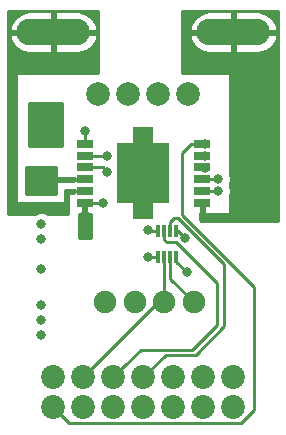
<source format=gtl>
G04 #@! TF.GenerationSoftware,KiCad,Pcbnew,(5.0.2)-1*
G04 #@! TF.CreationDate,2019-01-20T10:13:28-05:00*
G04 #@! TF.ProjectId,motorDriverCard,6d6f746f-7244-4726-9976-657243617264,rev?*
G04 #@! TF.SameCoordinates,Original*
G04 #@! TF.FileFunction,Copper,L1,Top*
G04 #@! TF.FilePolarity,Positive*
%FSLAX46Y46*%
G04 Gerber Fmt 4.6, Leading zero omitted, Abs format (unit mm)*
G04 Created by KiCad (PCBNEW (5.0.2)-1) date 1/20/2019 10:13:28 AM*
%MOMM*%
%LPD*%
G01*
G04 APERTURE LIST*
G04 #@! TA.AperFunction,ComponentPad*
%ADD10C,1.900000*%
G04 #@! TD*
G04 #@! TA.AperFunction,ComponentPad*
%ADD11C,2.000000*%
G04 #@! TD*
G04 #@! TA.AperFunction,SMDPad,CuDef*
%ADD12R,1.350000X0.650000*%
G04 #@! TD*
G04 #@! TA.AperFunction,SMDPad,CuDef*
%ADD13R,4.400000X5.100000*%
G04 #@! TD*
G04 #@! TA.AperFunction,SMDPad,CuDef*
%ADD14R,1.800000X1.400000*%
G04 #@! TD*
G04 #@! TA.AperFunction,SMDPad,CuDef*
%ADD15R,0.300000X1.000000*%
G04 #@! TD*
G04 #@! TA.AperFunction,ComponentPad*
%ADD16O,6.230000X2.270000*%
G04 #@! TD*
G04 #@! TA.AperFunction,ComponentPad*
%ADD17C,2.020000*%
G04 #@! TD*
G04 #@! TA.AperFunction,ViaPad*
%ADD18C,0.800000*%
G04 #@! TD*
G04 #@! TA.AperFunction,Conductor*
%ADD19C,0.250000*%
G04 #@! TD*
G04 #@! TA.AperFunction,Conductor*
%ADD20C,0.254000*%
G04 #@! TD*
G04 APERTURE END LIST*
D10*
G04 #@! TO.P,Encoder1,1*
G04 #@! TO.N,+5V*
X9458000Y-25400000D03*
G04 #@! TO.P,Encoder1,2*
G04 #@! TO.N,GND*
X11958000Y-25400000D03*
G04 #@! TO.P,Encoder1,3*
G04 #@! TO.N,Motor1EncoderA*
X14458000Y-25400000D03*
G04 #@! TO.P,Encoder1,4*
G04 #@! TO.N,Motor1EncoderB*
X16958000Y-25400000D03*
G04 #@! TD*
D11*
G04 #@! TO.P,SPI1,1*
G04 #@! TO.N,mcuSO*
X8890000Y-7747000D03*
G04 #@! TO.P,SPI1,2*
G04 #@! TO.N,mcuSI*
X11430000Y-7747000D03*
G04 #@! TO.P,SPI1,3*
G04 #@! TO.N,CSN*
X13970000Y-7747000D03*
G04 #@! TO.P,SPI1,4*
G04 #@! TO.N,SCK*
X16510000Y-7747000D03*
G04 #@! TD*
D12*
G04 #@! TO.P,Driver1,1*
G04 #@! TO.N,motorDir1*
X7725000Y-11978000D03*
D13*
G04 #@! TO.P,Driver1,13*
G04 #@! TO.N,GND*
X12700000Y-14478000D03*
D14*
X12700000Y-11253000D03*
D12*
G04 #@! TO.P,Driver1,2*
G04 #@! TO.N,+3V3*
X7725000Y-12978000D03*
G04 #@! TO.P,Driver1,3*
G04 #@! TO.N,mcuSO*
X7725000Y-13978000D03*
G04 #@! TO.P,Driver1,4*
G04 #@! TO.N,+15V*
X7725000Y-14978000D03*
G04 #@! TO.P,Driver1,5*
G04 #@! TO.N,motorControlOut1*
X7725000Y-15978000D03*
G04 #@! TO.P,Driver1,6*
G04 #@! TO.N,GND*
X7725000Y-16978000D03*
G04 #@! TO.P,Driver1,7*
G04 #@! TO.N,motorGnd1*
X17675000Y-16978000D03*
G04 #@! TO.P,Driver1,8*
G04 #@! TO.N,mcuSI*
X17675000Y-15978000D03*
G04 #@! TO.P,Driver1,9*
G04 #@! TO.N,CSN*
X17675000Y-14978000D03*
G04 #@! TO.P,Driver1,10*
G04 #@! TO.N,SCK*
X17675000Y-13978000D03*
G04 #@! TO.P,Driver1,11*
G04 #@! TO.N,GND*
X17675000Y-12978000D03*
G04 #@! TO.P,Driver1,12*
G04 #@! TO.N,motorPwm1*
X17675000Y-11978000D03*
D14*
G04 #@! TO.P,Driver1,13*
G04 #@! TO.N,GND*
X12700000Y-17703000D03*
G04 #@! TD*
D15*
G04 #@! TO.P,Shift1,1*
G04 #@! TO.N,+5V*
X13982000Y-21547000D03*
G04 #@! TO.P,Shift1,2*
G04 #@! TO.N,Motor1EncoderA*
X14482000Y-21547000D03*
G04 #@! TO.P,Shift1,3*
G04 #@! TO.N,Motor1EncoderB*
X14982000Y-21547000D03*
G04 #@! TO.P,Shift1,4*
G04 #@! TO.N,GND*
X15482000Y-21547000D03*
G04 #@! TO.P,Shift1,5*
G04 #@! TO.N,+3V3*
X15482000Y-19347000D03*
G04 #@! TO.P,Shift1,6*
G04 #@! TO.N,Motor1EncoderB_3v3*
X14982000Y-19347000D03*
G04 #@! TO.P,Shift1,7*
G04 #@! TO.N,Motor1EncoderA_3v3*
X14482000Y-19347000D03*
G04 #@! TO.P,Shift1,8*
G04 #@! TO.N,+3V3*
X13982000Y-19347000D03*
G04 #@! TD*
D16*
G04 #@! TO.P,MotorOut1,1*
G04 #@! TO.N,motorControlOut1*
X5080000Y-2540000D03*
G04 #@! TD*
G04 #@! TO.P,MotorGnd1,1*
G04 #@! TO.N,motorGnd1*
X20320000Y-2540000D03*
G04 #@! TD*
D17*
G04 #@! TO.P,CardConnector1,1*
G04 #@! TO.N,sda*
X20320000Y-34290000D03*
G04 #@! TO.P,CardConnector1,2*
G04 #@! TO.N,scl*
X20320000Y-31750000D03*
G04 #@! TO.P,CardConnector1,3*
G04 #@! TO.N,+3V3*
X17780000Y-34290000D03*
G04 #@! TO.P,CardConnector1,4*
G04 #@! TO.N,+5V*
X17780000Y-31750000D03*
G04 #@! TO.P,CardConnector1,5*
G04 #@! TO.N,+15V*
X15240000Y-34290000D03*
G04 #@! TO.P,CardConnector1,6*
X15240000Y-31750000D03*
G04 #@! TO.P,CardConnector1,7*
G04 #@! TO.N,GND*
X12700000Y-34290000D03*
G04 #@! TO.P,CardConnector1,8*
G04 #@! TO.N,Motor1EncoderB_3v3*
X12700000Y-31750000D03*
G04 #@! TO.P,CardConnector1,9*
G04 #@! TO.N,GND*
X10160000Y-34290000D03*
G04 #@! TO.P,CardConnector1,10*
G04 #@! TO.N,Motor1EncoderA_3v3*
X10160000Y-31750000D03*
G04 #@! TO.P,CardConnector1,11*
G04 #@! TO.N,motorDir1*
X7620000Y-34290000D03*
G04 #@! TO.P,CardConnector1,12*
G04 #@! TO.N,Motor1EncoderA*
X7620000Y-31750000D03*
G04 #@! TO.P,CardConnector1,13*
G04 #@! TO.N,motorPwm1*
X5080000Y-34290000D03*
G04 #@! TO.P,CardConnector1,14*
G04 #@! TO.N,Motor1EncoderB*
X5080000Y-31750000D03*
G04 #@! TD*
D18*
G04 #@! TO.N,+5V*
X13081000Y-21590000D03*
G04 #@! TO.N,GND*
X9271000Y-17018000D03*
X14351000Y-16510000D03*
X11049000Y-16383000D03*
X14351000Y-12446000D03*
X11049000Y-12446000D03*
X12700000Y-14478000D03*
X12700000Y-17780000D03*
X12700000Y-11176000D03*
X4064000Y-28194000D03*
X4064000Y-26924000D03*
X4064000Y-25654000D03*
X16383000Y-22860000D03*
X4572000Y-11684000D03*
X17945100Y-12966700D03*
X7747000Y-19431000D03*
X7747000Y-18288000D03*
X7747000Y-18288000D03*
X7747000Y-18288000D03*
X4572000Y-10287000D03*
X4572000Y-8890000D03*
G04 #@! TO.N,+3V3*
X13081000Y-19304000D03*
X16256000Y-19939000D03*
X9652000Y-12992100D03*
G04 #@! TO.N,motorDir1*
X7747000Y-10922000D03*
G04 #@! TO.N,motorPwm1*
X17919700Y-11963400D03*
G04 #@! TO.N,mcuSO*
X9652000Y-14351000D03*
G04 #@! TO.N,mcuSI*
X19050000Y-16002000D03*
G04 #@! TO.N,CSN*
X19050000Y-14986000D03*
G04 #@! TO.N,SCK*
X17919700Y-13982700D03*
G04 #@! TO.N,+15V*
X4064000Y-22606000D03*
X4064000Y-20060000D03*
X4064000Y-18796000D03*
X4699000Y-14351000D03*
X4699000Y-15875000D03*
X3175000Y-14351000D03*
X3175000Y-15875000D03*
G04 #@! TD*
D19*
G04 #@! TO.N,GND*
X16340000Y-22817000D02*
X16383000Y-22860000D01*
X9231000Y-16978000D02*
X9271000Y-17018000D01*
X7725000Y-16978000D02*
X9231000Y-16978000D01*
X15482000Y-21959000D02*
X16383000Y-22860000D01*
X15482000Y-21547000D02*
X15482000Y-21959000D01*
G04 #@! TO.N,Motor1EncoderA*
X14482000Y-25249000D02*
X14458000Y-25273000D01*
X7620000Y-30841000D02*
X7620000Y-31750000D01*
X14482000Y-25376000D02*
X14458000Y-25400000D01*
X14482000Y-21547000D02*
X14482000Y-25376000D01*
X13970000Y-25400000D02*
X14458000Y-25400000D01*
X7620000Y-31750000D02*
X13970000Y-25400000D01*
G04 #@! TO.N,Motor1EncoderB*
X14982000Y-23424000D02*
X16958000Y-25400000D01*
X14982000Y-21547000D02*
X14982000Y-23424000D01*
G04 #@! TO.N,Motor1EncoderB_3v3*
X14605000Y-29845000D02*
X12700000Y-31750000D01*
X17145000Y-29845000D02*
X14605000Y-29845000D01*
X14982000Y-19347000D02*
X14982000Y-18597000D01*
X15291000Y-18288000D02*
X15658002Y-18288000D01*
X14982000Y-18597000D02*
X15291000Y-18288000D01*
X15658002Y-18288000D02*
X19558000Y-22187998D01*
X19558000Y-22187998D02*
X19558000Y-27432000D01*
X19558000Y-27432000D02*
X17145000Y-29845000D01*
G04 #@! TO.N,Motor1EncoderA_3v3*
X11169999Y-30740001D02*
X10160000Y-31750000D01*
X12515010Y-29394990D02*
X11169999Y-30740001D01*
X14482000Y-20097000D02*
X14705000Y-20320000D01*
X16833010Y-29394990D02*
X12515010Y-29394990D01*
X14482000Y-19347000D02*
X14482000Y-20097000D01*
X14705000Y-20320000D02*
X15494000Y-20320000D01*
X15494000Y-20320000D02*
X18923000Y-23749000D01*
X18923000Y-23749000D02*
X18923000Y-27305000D01*
X18923000Y-27305000D02*
X16833010Y-29394990D01*
G04 #@! TO.N,+5V*
X13124000Y-21547000D02*
X13081000Y-21590000D01*
X13982000Y-21547000D02*
X13124000Y-21547000D01*
G04 #@! TO.N,+3V3*
X13124000Y-19347000D02*
X13081000Y-19304000D01*
X13982000Y-19347000D02*
X13124000Y-19347000D01*
X15664000Y-19347000D02*
X16256000Y-19939000D01*
X15482000Y-19347000D02*
X15664000Y-19347000D01*
X9637900Y-12978000D02*
X9652000Y-12992100D01*
X7725000Y-12978000D02*
X9637900Y-12978000D01*
G04 #@! TO.N,motorDir1*
X7725000Y-10944000D02*
X7747000Y-10922000D01*
X7725000Y-11978000D02*
X7725000Y-10944000D01*
G04 #@! TO.N,motorPwm1*
X16750000Y-11978000D02*
X16002000Y-12726000D01*
X17675000Y-11978000D02*
X16750000Y-11978000D01*
X16002000Y-17995588D02*
X22098000Y-24091588D01*
X16002000Y-12726000D02*
X16002000Y-17995588D01*
X6089999Y-35299999D02*
X5080000Y-34290000D01*
X6415001Y-35625001D02*
X6089999Y-35299999D01*
X20960801Y-35625001D02*
X6415001Y-35625001D01*
X22098000Y-34487802D02*
X20960801Y-35625001D01*
X22098000Y-24091588D02*
X22098000Y-34487802D01*
G04 #@! TO.N,mcuSO*
X9279000Y-13978000D02*
X9652000Y-14351000D01*
X7725000Y-13978000D02*
X9279000Y-13978000D01*
G04 #@! TO.N,mcuSI*
X19026000Y-15978000D02*
X19050000Y-16002000D01*
X17675000Y-15978000D02*
X19026000Y-15978000D01*
G04 #@! TO.N,CSN*
X17675000Y-14978000D02*
X19042000Y-14978000D01*
X19042000Y-14978000D02*
X19050000Y-14986000D01*
G04 #@! TD*
D20*
G04 #@! TO.N,+15V*
G36*
X5334000Y-16256000D02*
X2794000Y-16256000D01*
X2794000Y-13970000D01*
X5334000Y-13970000D01*
X5334000Y-16256000D01*
X5334000Y-16256000D01*
G37*
X5334000Y-16256000D02*
X2794000Y-16256000D01*
X2794000Y-13970000D01*
X5334000Y-13970000D01*
X5334000Y-16256000D01*
G04 #@! TO.N,motorControlOut1*
G36*
X6802235Y-15901157D02*
X7050000Y-15950440D01*
X7872000Y-15950440D01*
X7872000Y-16005560D01*
X7050000Y-16005560D01*
X6802235Y-16054843D01*
X6727170Y-16105000D01*
X6573750Y-16105000D01*
X6549750Y-16129000D01*
X6350000Y-16129000D01*
X6350000Y-15875000D01*
X6763088Y-15875000D01*
X6802235Y-15901157D01*
X6802235Y-15901157D01*
G37*
X6802235Y-15901157D02*
X7050000Y-15950440D01*
X7872000Y-15950440D01*
X7872000Y-16005560D01*
X7050000Y-16005560D01*
X6802235Y-16054843D01*
X6727170Y-16105000D01*
X6573750Y-16105000D01*
X6549750Y-16129000D01*
X6350000Y-16129000D01*
X6350000Y-15875000D01*
X6763088Y-15875000D01*
X6802235Y-15901157D01*
G36*
X6350000Y-17907000D02*
X6096000Y-17907000D01*
X6096000Y-15875000D01*
X6350000Y-15875000D01*
X6350000Y-17907000D01*
X6350000Y-17907000D01*
G37*
X6350000Y-17907000D02*
X6096000Y-17907000D01*
X6096000Y-15875000D01*
X6350000Y-15875000D01*
X6350000Y-17907000D01*
G36*
X8890000Y-5969000D02*
X2032000Y-5969000D01*
X1983399Y-5978667D01*
X1942197Y-6006197D01*
X1914667Y-6047399D01*
X1905000Y-6096000D01*
X1905000Y-16891000D01*
X1914667Y-16939601D01*
X1942197Y-16980803D01*
X1983399Y-17008333D01*
X2032000Y-17018000D01*
X6350000Y-17018000D01*
X6350000Y-17907000D01*
X4622350Y-17907000D01*
X4269874Y-17761000D01*
X3858126Y-17761000D01*
X3505650Y-17907000D01*
X1270000Y-17907000D01*
X1270000Y-2941612D01*
X1376165Y-2941612D01*
X1416133Y-3100018D01*
X1758619Y-3701777D01*
X2305318Y-4126666D01*
X2973000Y-4310000D01*
X4953000Y-4310000D01*
X4953000Y-2667000D01*
X5207000Y-2667000D01*
X5207000Y-4310000D01*
X7187000Y-4310000D01*
X7854682Y-4126666D01*
X8401381Y-3701777D01*
X8743867Y-3100018D01*
X8783835Y-2941612D01*
X8666237Y-2667000D01*
X5207000Y-2667000D01*
X4953000Y-2667000D01*
X1493763Y-2667000D01*
X1376165Y-2941612D01*
X1270000Y-2941612D01*
X1270000Y-2138388D01*
X1376165Y-2138388D01*
X1493763Y-2413000D01*
X4953000Y-2413000D01*
X4953000Y-770000D01*
X5207000Y-770000D01*
X5207000Y-2413000D01*
X8666237Y-2413000D01*
X8783835Y-2138388D01*
X8743867Y-1979982D01*
X8401381Y-1378223D01*
X7854682Y-953334D01*
X7187000Y-770000D01*
X5207000Y-770000D01*
X4953000Y-770000D01*
X2973000Y-770000D01*
X2305318Y-953334D01*
X1758619Y-1378223D01*
X1416133Y-1979982D01*
X1376165Y-2138388D01*
X1270000Y-2138388D01*
X1270000Y-762000D01*
X8890000Y-762000D01*
X8890000Y-5969000D01*
X8890000Y-5969000D01*
G37*
X8890000Y-5969000D02*
X2032000Y-5969000D01*
X1983399Y-5978667D01*
X1942197Y-6006197D01*
X1914667Y-6047399D01*
X1905000Y-6096000D01*
X1905000Y-16891000D01*
X1914667Y-16939601D01*
X1942197Y-16980803D01*
X1983399Y-17008333D01*
X2032000Y-17018000D01*
X6350000Y-17018000D01*
X6350000Y-17907000D01*
X4622350Y-17907000D01*
X4269874Y-17761000D01*
X3858126Y-17761000D01*
X3505650Y-17907000D01*
X1270000Y-17907000D01*
X1270000Y-2941612D01*
X1376165Y-2941612D01*
X1416133Y-3100018D01*
X1758619Y-3701777D01*
X2305318Y-4126666D01*
X2973000Y-4310000D01*
X4953000Y-4310000D01*
X4953000Y-2667000D01*
X5207000Y-2667000D01*
X5207000Y-4310000D01*
X7187000Y-4310000D01*
X7854682Y-4126666D01*
X8401381Y-3701777D01*
X8743867Y-3100018D01*
X8783835Y-2941612D01*
X8666237Y-2667000D01*
X5207000Y-2667000D01*
X4953000Y-2667000D01*
X1493763Y-2667000D01*
X1376165Y-2941612D01*
X1270000Y-2941612D01*
X1270000Y-2138388D01*
X1376165Y-2138388D01*
X1493763Y-2413000D01*
X4953000Y-2413000D01*
X4953000Y-770000D01*
X5207000Y-770000D01*
X5207000Y-2413000D01*
X8666237Y-2413000D01*
X8783835Y-2138388D01*
X8743867Y-1979982D01*
X8401381Y-1378223D01*
X7854682Y-953334D01*
X7187000Y-770000D01*
X5207000Y-770000D01*
X4953000Y-770000D01*
X2973000Y-770000D01*
X2305318Y-953334D01*
X1758619Y-1378223D01*
X1416133Y-1979982D01*
X1376165Y-2138388D01*
X1270000Y-2138388D01*
X1270000Y-762000D01*
X8890000Y-762000D01*
X8890000Y-5969000D01*
G04 #@! TO.N,motorGnd1*
G36*
X17822000Y-17105000D02*
X17802000Y-17105000D01*
X17802000Y-17779250D01*
X17960750Y-17938000D01*
X18415000Y-17938000D01*
X18415000Y-18542000D01*
X17623213Y-18542000D01*
X17526000Y-18444787D01*
X17526000Y-17801250D01*
X17548000Y-17779250D01*
X17548000Y-17105000D01*
X17528000Y-17105000D01*
X17528000Y-16950440D01*
X17822000Y-16950440D01*
X17822000Y-17105000D01*
X17822000Y-17105000D01*
G37*
X17822000Y-17105000D02*
X17802000Y-17105000D01*
X17802000Y-17779250D01*
X17960750Y-17938000D01*
X18415000Y-17938000D01*
X18415000Y-18542000D01*
X17623213Y-18542000D01*
X17526000Y-18444787D01*
X17526000Y-17801250D01*
X17548000Y-17779250D01*
X17548000Y-17105000D01*
X17528000Y-17105000D01*
X17528000Y-16950440D01*
X17822000Y-16950440D01*
X17822000Y-17105000D01*
G36*
X24130000Y-17018000D02*
X20066000Y-17018000D01*
X20066000Y-16253744D01*
X20085000Y-16207874D01*
X20085000Y-15796126D01*
X20066000Y-15750256D01*
X20066000Y-15237744D01*
X20085000Y-15191874D01*
X20085000Y-14780126D01*
X20066000Y-14734256D01*
X20066000Y-6096000D01*
X20056333Y-6047399D01*
X20028803Y-6006197D01*
X19987601Y-5978667D01*
X19939000Y-5969000D01*
X16002000Y-5969000D01*
X16002000Y-2941612D01*
X16616165Y-2941612D01*
X16656133Y-3100018D01*
X16998619Y-3701777D01*
X17545318Y-4126666D01*
X18213000Y-4310000D01*
X20193000Y-4310000D01*
X20193000Y-2667000D01*
X20447000Y-2667000D01*
X20447000Y-4310000D01*
X22427000Y-4310000D01*
X23094682Y-4126666D01*
X23641381Y-3701777D01*
X23983867Y-3100018D01*
X24023835Y-2941612D01*
X23906237Y-2667000D01*
X20447000Y-2667000D01*
X20193000Y-2667000D01*
X16733763Y-2667000D01*
X16616165Y-2941612D01*
X16002000Y-2941612D01*
X16002000Y-2138388D01*
X16616165Y-2138388D01*
X16733763Y-2413000D01*
X20193000Y-2413000D01*
X20193000Y-770000D01*
X20447000Y-770000D01*
X20447000Y-2413000D01*
X23906237Y-2413000D01*
X24023835Y-2138388D01*
X23983867Y-1979982D01*
X23641381Y-1378223D01*
X23094682Y-953334D01*
X22427000Y-770000D01*
X20447000Y-770000D01*
X20193000Y-770000D01*
X18213000Y-770000D01*
X17545318Y-953334D01*
X16998619Y-1378223D01*
X16656133Y-1979982D01*
X16616165Y-2138388D01*
X16002000Y-2138388D01*
X16002000Y-762000D01*
X24130000Y-762000D01*
X24130000Y-17018000D01*
X24130000Y-17018000D01*
G37*
X24130000Y-17018000D02*
X20066000Y-17018000D01*
X20066000Y-16253744D01*
X20085000Y-16207874D01*
X20085000Y-15796126D01*
X20066000Y-15750256D01*
X20066000Y-15237744D01*
X20085000Y-15191874D01*
X20085000Y-14780126D01*
X20066000Y-14734256D01*
X20066000Y-6096000D01*
X20056333Y-6047399D01*
X20028803Y-6006197D01*
X19987601Y-5978667D01*
X19939000Y-5969000D01*
X16002000Y-5969000D01*
X16002000Y-2941612D01*
X16616165Y-2941612D01*
X16656133Y-3100018D01*
X16998619Y-3701777D01*
X17545318Y-4126666D01*
X18213000Y-4310000D01*
X20193000Y-4310000D01*
X20193000Y-2667000D01*
X20447000Y-2667000D01*
X20447000Y-4310000D01*
X22427000Y-4310000D01*
X23094682Y-4126666D01*
X23641381Y-3701777D01*
X23983867Y-3100018D01*
X24023835Y-2941612D01*
X23906237Y-2667000D01*
X20447000Y-2667000D01*
X20193000Y-2667000D01*
X16733763Y-2667000D01*
X16616165Y-2941612D01*
X16002000Y-2941612D01*
X16002000Y-2138388D01*
X16616165Y-2138388D01*
X16733763Y-2413000D01*
X20193000Y-2413000D01*
X20193000Y-770000D01*
X20447000Y-770000D01*
X20447000Y-2413000D01*
X23906237Y-2413000D01*
X24023835Y-2138388D01*
X23983867Y-1979982D01*
X23641381Y-1378223D01*
X23094682Y-953334D01*
X22427000Y-770000D01*
X20447000Y-770000D01*
X20193000Y-770000D01*
X18213000Y-770000D01*
X17545318Y-953334D01*
X16998619Y-1378223D01*
X16656133Y-1979982D01*
X16616165Y-2138388D01*
X16002000Y-2138388D01*
X16002000Y-762000D01*
X24130000Y-762000D01*
X24130000Y-17018000D01*
G04 #@! TO.N,GND*
G36*
X5842000Y-12192000D02*
X3048000Y-12192000D01*
X3048000Y-8509000D01*
X5842000Y-8509000D01*
X5842000Y-12192000D01*
X5842000Y-12192000D01*
G37*
X5842000Y-12192000D02*
X3048000Y-12192000D01*
X3048000Y-8509000D01*
X5842000Y-8509000D01*
X5842000Y-12192000D01*
G36*
X7852000Y-17779250D02*
X8010750Y-17938000D01*
X8255000Y-17938000D01*
X8255000Y-19939000D01*
X7239000Y-19939000D01*
X7239000Y-17938000D01*
X7439250Y-17938000D01*
X7598000Y-17779250D01*
X7598000Y-17272000D01*
X7852000Y-17272000D01*
X7852000Y-17779250D01*
X7852000Y-17779250D01*
G37*
X7852000Y-17779250D02*
X8010750Y-17938000D01*
X8255000Y-17938000D01*
X8255000Y-19939000D01*
X7239000Y-19939000D01*
X7239000Y-17938000D01*
X7439250Y-17938000D01*
X7598000Y-17779250D01*
X7598000Y-17272000D01*
X7852000Y-17272000D01*
X7852000Y-17779250D01*
G04 #@! TO.N,+15V*
G36*
X6802235Y-14901157D02*
X7050000Y-14950440D01*
X7620000Y-14950440D01*
X7620000Y-15005560D01*
X7050000Y-15005560D01*
X6802235Y-15054843D01*
X6727170Y-15105000D01*
X6573750Y-15105000D01*
X6565750Y-15113000D01*
X5080000Y-15113000D01*
X5080000Y-14859000D01*
X6739143Y-14859000D01*
X6802235Y-14901157D01*
X6802235Y-14901157D01*
G37*
X6802235Y-14901157D02*
X7050000Y-14950440D01*
X7620000Y-14950440D01*
X7620000Y-15005560D01*
X7050000Y-15005560D01*
X6802235Y-15054843D01*
X6727170Y-15105000D01*
X6573750Y-15105000D01*
X6565750Y-15113000D01*
X5080000Y-15113000D01*
X5080000Y-14859000D01*
X6739143Y-14859000D01*
X6802235Y-14901157D01*
G04 #@! TO.N,motorGnd1*
G36*
X24130000Y-18542000D02*
X17780000Y-18542000D01*
X17780000Y-17938000D01*
X17802002Y-17938000D01*
X17802002Y-17907000D01*
X17929750Y-17907000D01*
X17960750Y-17938000D01*
X18476309Y-17938000D01*
X18551150Y-17907000D01*
X19939000Y-17907000D01*
X19987601Y-17897333D01*
X20028803Y-17869803D01*
X20056333Y-17828601D01*
X20066000Y-17780000D01*
X20066000Y-16891000D01*
X24130000Y-16891000D01*
X24130000Y-18542000D01*
X24130000Y-18542000D01*
G37*
X24130000Y-18542000D02*
X17780000Y-18542000D01*
X17780000Y-17938000D01*
X17802002Y-17938000D01*
X17802002Y-17907000D01*
X17929750Y-17907000D01*
X17960750Y-17938000D01*
X18476309Y-17938000D01*
X18551150Y-17907000D01*
X19939000Y-17907000D01*
X19987601Y-17897333D01*
X20028803Y-17869803D01*
X20056333Y-17828601D01*
X20066000Y-17780000D01*
X20066000Y-16891000D01*
X24130000Y-16891000D01*
X24130000Y-18542000D01*
G04 #@! TD*
M02*

</source>
